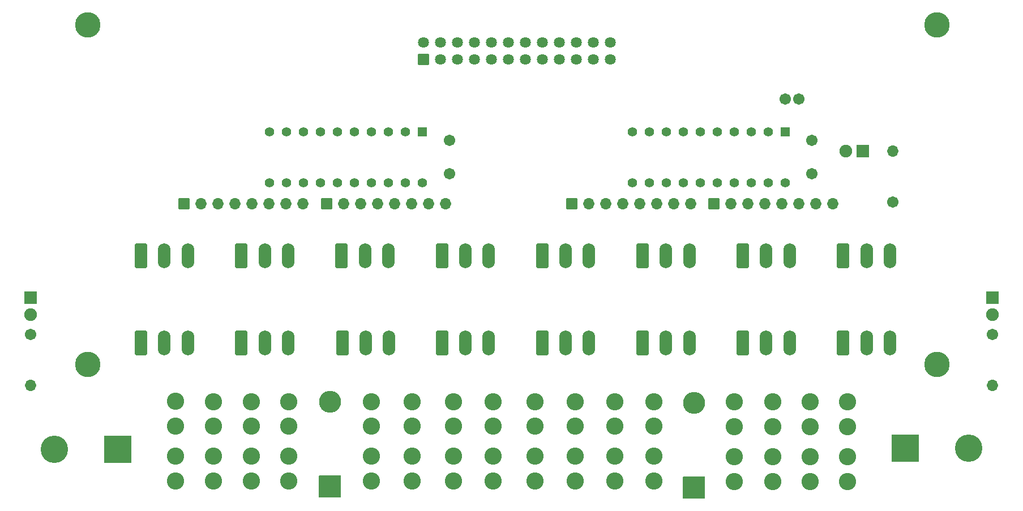
<source format=gbr>
G04 #@! TF.GenerationSoftware,KiCad,Pcbnew,(6.0.5)*
G04 #@! TF.CreationDate,2022-05-09T00:58:19-04:00*
G04 #@! TF.ProjectId,PB_16,50425f31-362e-46b6-9963-61645f706362,v1*
G04 #@! TF.SameCoordinates,Original*
G04 #@! TF.FileFunction,Soldermask,Bot*
G04 #@! TF.FilePolarity,Negative*
%FSLAX46Y46*%
G04 Gerber Fmt 4.6, Leading zero omitted, Abs format (unit mm)*
G04 Created by KiCad (PCBNEW (6.0.5)) date 2022-05-09 00:58:19*
%MOMM*%
%LPD*%
G01*
G04 APERTURE LIST*
G04 Aperture macros list*
%AMRoundRect*
0 Rectangle with rounded corners*
0 $1 Rounding radius*
0 $2 $3 $4 $5 $6 $7 $8 $9 X,Y pos of 4 corners*
0 Add a 4 corners polygon primitive as box body*
4,1,4,$2,$3,$4,$5,$6,$7,$8,$9,$2,$3,0*
0 Add four circle primitives for the rounded corners*
1,1,$1+$1,$2,$3*
1,1,$1+$1,$4,$5*
1,1,$1+$1,$6,$7*
1,1,$1+$1,$8,$9*
0 Add four rect primitives between the rounded corners*
20,1,$1+$1,$2,$3,$4,$5,0*
20,1,$1+$1,$4,$5,$6,$7,0*
20,1,$1+$1,$6,$7,$8,$9,0*
20,1,$1+$1,$8,$9,$2,$3,0*%
G04 Aperture macros list end*
%ADD10C,1.702000*%
%ADD11C,1.632000*%
%ADD12RoundRect,0.051000X-0.765000X-0.765000X0.765000X-0.765000X0.765000X0.765000X-0.765000X0.765000X0*%
%ADD13C,1.397400*%
%ADD14RoundRect,0.051000X-0.647700X0.647700X-0.647700X-0.647700X0.647700X-0.647700X0.647700X0.647700X0*%
%ADD15C,3.802000*%
%ADD16C,4.102000*%
%ADD17RoundRect,0.051000X-2.000000X-2.000000X2.000000X-2.000000X2.000000X2.000000X-2.000000X2.000000X0*%
%ADD18RoundRect,0.051000X2.000000X2.000000X-2.000000X2.000000X-2.000000X-2.000000X2.000000X-2.000000X0*%
%ADD19O,1.702000X1.702000*%
%ADD20C,1.902000*%
%ADD21RoundRect,0.051000X-0.900000X0.900000X-0.900000X-0.900000X0.900000X-0.900000X0.900000X0.900000X0*%
%ADD22RoundRect,0.051000X0.900000X0.900000X-0.900000X0.900000X-0.900000X-0.900000X0.900000X-0.900000X0*%
%ADD23C,2.577000*%
%ADD24O,1.902000X3.702000*%
%ADD25RoundRect,0.301000X-0.650000X-1.550000X0.650000X-1.550000X0.650000X1.550000X-0.650000X1.550000X0*%
%ADD26O,3.302000X3.302000*%
%ADD27RoundRect,0.051000X1.600000X-1.600000X1.600000X1.600000X-1.600000X1.600000X-1.600000X-1.600000X0*%
%ADD28RoundRect,0.051000X-0.800000X-0.800000X0.800000X-0.800000X0.800000X0.800000X-0.800000X0.800000X0*%
G04 APERTURE END LIST*
D10*
X185451000Y-93117800D03*
X187451000Y-93117800D03*
D11*
X159281000Y-84707800D03*
X159281000Y-87247800D03*
X156741000Y-84707800D03*
X156741000Y-87247800D03*
X154201000Y-84707800D03*
X154201000Y-87247800D03*
X151661000Y-84707800D03*
X151661000Y-87247800D03*
X149121000Y-84707800D03*
X149121000Y-87247800D03*
X146581000Y-84707800D03*
X146581000Y-87247800D03*
X144041000Y-84707800D03*
X144041000Y-87247800D03*
X141501000Y-84707800D03*
X141501000Y-87247800D03*
X138961000Y-84707800D03*
X138961000Y-87247800D03*
X136421000Y-84707800D03*
X136421000Y-87247800D03*
X133881000Y-84707800D03*
X133881000Y-87247800D03*
X131341000Y-84707800D03*
D12*
X131341000Y-87247800D03*
D13*
X131172600Y-105688600D03*
X128632600Y-105688600D03*
X126092600Y-105688600D03*
X123552600Y-105688600D03*
X121012600Y-105688600D03*
X118472600Y-105688600D03*
X115932600Y-105688600D03*
X113392600Y-105688600D03*
X110852600Y-105688600D03*
X108312600Y-105688600D03*
X108312600Y-98068600D03*
X110852600Y-98068600D03*
X113392600Y-98068600D03*
X115932600Y-98068600D03*
X118472600Y-98068600D03*
X121012600Y-98068600D03*
X123552600Y-98068600D03*
X126092600Y-98068600D03*
X128632600Y-98068600D03*
D14*
X131172600Y-98068600D03*
D15*
X208127600Y-132866600D03*
X81127600Y-132866600D03*
X81113000Y-82066600D03*
X208113000Y-82066600D03*
D16*
X212901000Y-145417800D03*
D17*
X203401000Y-145417800D03*
D16*
X76101000Y-145517800D03*
D18*
X85601000Y-145517800D03*
D14*
X185422600Y-98068600D03*
D13*
X182882600Y-98068600D03*
X180342600Y-98068600D03*
X177802600Y-98068600D03*
X175262600Y-98068600D03*
X172722600Y-98068600D03*
X170182600Y-98068600D03*
X167642600Y-98068600D03*
X165102600Y-98068600D03*
X162562600Y-98068600D03*
X162562600Y-105688600D03*
X165102600Y-105688600D03*
X167642600Y-105688600D03*
X170182600Y-105688600D03*
X172722600Y-105688600D03*
X175262600Y-105688600D03*
X177802600Y-105688600D03*
X180342600Y-105688600D03*
X182882600Y-105688600D03*
X185422600Y-105688600D03*
D19*
X201501000Y-100897800D03*
D10*
X201501000Y-108517800D03*
D20*
X216401000Y-125371000D03*
D21*
X216401000Y-122831000D03*
D20*
X72601000Y-125371000D03*
D21*
X72601000Y-122831000D03*
D20*
X194461000Y-100917800D03*
D22*
X197001000Y-100917800D03*
D19*
X216401000Y-136012000D03*
D10*
X216401000Y-128392000D03*
D19*
X72601000Y-136012000D03*
D10*
X72601000Y-128392000D03*
D23*
X123512600Y-138398600D03*
X123512600Y-150298600D03*
X123512600Y-142098600D03*
X123512600Y-146598600D03*
D24*
X111100000Y-116600000D03*
X107600000Y-116600000D03*
D25*
X104100000Y-116600000D03*
D23*
X105567600Y-138403600D03*
X105567600Y-150303600D03*
X105567600Y-142103600D03*
X105567600Y-146603600D03*
D26*
X171847600Y-138605000D03*
D27*
X171847600Y-151305000D03*
D26*
X117332600Y-138468600D03*
D27*
X117332600Y-151168600D03*
D10*
X135242300Y-99330500D03*
X135242300Y-104330500D03*
D19*
X192592600Y-108813600D03*
X190052600Y-108813600D03*
X187512600Y-108813600D03*
X184972600Y-108813600D03*
X182432600Y-108813600D03*
X179892600Y-108813600D03*
X177352600Y-108813600D03*
D28*
X174812600Y-108813600D03*
D19*
X171266200Y-108813600D03*
X168726200Y-108813600D03*
X166186200Y-108813600D03*
X163646200Y-108813600D03*
X161106200Y-108813600D03*
X158566200Y-108813600D03*
X156026200Y-108813600D03*
D28*
X153486200Y-108813600D03*
D19*
X134632700Y-108813600D03*
X132092700Y-108813600D03*
X129552700Y-108813600D03*
X127012700Y-108813600D03*
X124472700Y-108813600D03*
X121932700Y-108813600D03*
X119392700Y-108813600D03*
D28*
X116852700Y-108813600D03*
D19*
X113341500Y-108813600D03*
X110801500Y-108813600D03*
X108261500Y-108813600D03*
X105721500Y-108813600D03*
X103181500Y-108813600D03*
X100641500Y-108813600D03*
X98101500Y-108813600D03*
D28*
X95561500Y-108813600D03*
D24*
X201100000Y-129600000D03*
X197600000Y-129600000D03*
D25*
X194100000Y-129600000D03*
D24*
X201100000Y-116600000D03*
X197600000Y-116600000D03*
D25*
X194100000Y-116600000D03*
D24*
X186100000Y-129600000D03*
X182600000Y-129600000D03*
D25*
X179100000Y-129600000D03*
D24*
X186100000Y-116600000D03*
X182600000Y-116600000D03*
D25*
X179100000Y-116600000D03*
D24*
X171100000Y-129600000D03*
X167600000Y-129600000D03*
D25*
X164100000Y-129600000D03*
D24*
X171100000Y-116600000D03*
X167600000Y-116600000D03*
D25*
X164100000Y-116600000D03*
D24*
X156100000Y-129600000D03*
X152600000Y-129600000D03*
D25*
X149100000Y-129600000D03*
D24*
X156100000Y-116600000D03*
X152600000Y-116600000D03*
D25*
X149100000Y-116600000D03*
D24*
X141100000Y-129600000D03*
X137600000Y-129600000D03*
D25*
X134100000Y-129600000D03*
D24*
X141100000Y-116600000D03*
X137600000Y-116600000D03*
D25*
X134100000Y-116600000D03*
D24*
X126214342Y-129600000D03*
X122714342Y-129600000D03*
D25*
X119214342Y-129600000D03*
D24*
X126100000Y-116600000D03*
X122600000Y-116600000D03*
D25*
X119100000Y-116600000D03*
D24*
X111100000Y-129600000D03*
X107600000Y-129600000D03*
D25*
X104100000Y-129600000D03*
D24*
X96100000Y-129600000D03*
X92600000Y-129600000D03*
D25*
X89100000Y-129600000D03*
D24*
X96100000Y-116600000D03*
X92600000Y-116600000D03*
D25*
X89100000Y-116600000D03*
D23*
X194729100Y-138463600D03*
X194729100Y-150363600D03*
X194729100Y-142163600D03*
X194729100Y-146663600D03*
X189141100Y-138463600D03*
X189141100Y-150363600D03*
X189141100Y-142163600D03*
X189141100Y-146663600D03*
X183553100Y-138463600D03*
X183553100Y-150363600D03*
X183553100Y-142163600D03*
X183553100Y-146663600D03*
X177847600Y-138463600D03*
X177847600Y-150363600D03*
X177847600Y-142163600D03*
X177847600Y-146663600D03*
X165761100Y-138398600D03*
X165761100Y-150298600D03*
X165761100Y-142098600D03*
X165761100Y-146598600D03*
X159942600Y-138398600D03*
X159942600Y-150298600D03*
X159942600Y-142098600D03*
X159942600Y-146598600D03*
X154062600Y-138398600D03*
X154062600Y-150298600D03*
X154062600Y-142098600D03*
X154062600Y-146598600D03*
X148002600Y-138398600D03*
X148002600Y-150298600D03*
X148002600Y-142098600D03*
X148002600Y-146598600D03*
X141793100Y-138398600D03*
X141793100Y-150298600D03*
X141793100Y-142098600D03*
X141793100Y-146598600D03*
X135792600Y-138398600D03*
X135792600Y-150298600D03*
X135792600Y-142098600D03*
X135792600Y-146598600D03*
X129672600Y-138398600D03*
X129672600Y-150298600D03*
X129672600Y-142098600D03*
X129672600Y-146598600D03*
X111167600Y-138403600D03*
X111167600Y-150303600D03*
X111167600Y-142103600D03*
X111167600Y-146603600D03*
X99967600Y-138403600D03*
X99967600Y-150303600D03*
X99967600Y-142103600D03*
X99967600Y-146603600D03*
X94222600Y-138388600D03*
X94222600Y-150288600D03*
X94222600Y-142088600D03*
X94222600Y-146588600D03*
D10*
X189382400Y-99305100D03*
X189382400Y-104305100D03*
M02*

</source>
